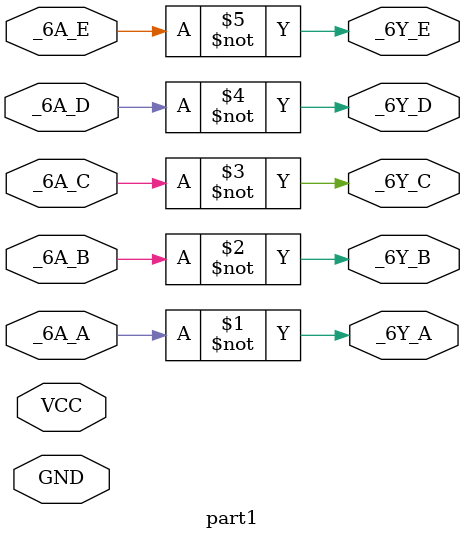
<source format=v>
module part1(	// file.cleaned.mlir:2:3
  input  _6A_A,	// file.cleaned.mlir:2:23
         VCC,	// file.cleaned.mlir:2:46
         GND,	// file.cleaned.mlir:2:60
         _6A_B,	// file.cleaned.mlir:2:74
         _6A_C,	// file.cleaned.mlir:2:97
         _6A_D,	// file.cleaned.mlir:2:120
         _6A_E,	// file.cleaned.mlir:2:143
  output _6Y_A,	// file.cleaned.mlir:2:167
         _6Y_B,	// file.cleaned.mlir:2:184
         _6Y_C,	// file.cleaned.mlir:2:201
         _6Y_D,	// file.cleaned.mlir:2:218
         _6Y_E	// file.cleaned.mlir:2:235
);

  assign _6Y_A = ~_6A_A;	// file.cleaned.mlir:4:10, :9:5
  assign _6Y_B = ~_6A_B;	// file.cleaned.mlir:5:10, :9:5
  assign _6Y_C = ~_6A_C;	// file.cleaned.mlir:6:10, :9:5
  assign _6Y_D = ~_6A_D;	// file.cleaned.mlir:7:10, :9:5
  assign _6Y_E = ~_6A_E;	// file.cleaned.mlir:8:10, :9:5
endmodule


</source>
